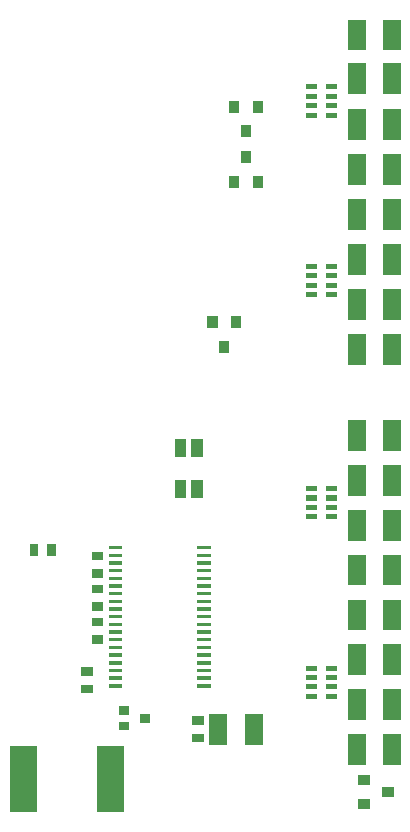
<source format=gbr>
G04 start of page 10 for group -4015 idx -4015 *
G04 Title: (unknown), toppaste *
G04 Creator: pcb 20110918 *
G04 CreationDate: Tue 21 Aug 2012 15:57:03 GMT UTC *
G04 For: rob *
G04 Format: Gerber/RS-274X *
G04 PCB-Dimensions: 157480 283465 *
G04 PCB-Coordinate-Origin: lower left *
%MOIN*%
%FSLAX25Y25*%
%LNTOPPASTE*%
%ADD120R,0.0906X0.0906*%
%ADD119R,0.0394X0.0394*%
%ADD118R,0.0290X0.0290*%
%ADD117R,0.0340X0.0340*%
%ADD116R,0.0118X0.0118*%
%ADD115R,0.0283X0.0283*%
%ADD114R,0.0600X0.0600*%
%ADD113R,0.0167X0.0167*%
G54D113*X103001Y243309D02*X104871D01*
X103001Y240159D02*X104871D01*
X103001Y237010D02*X104871D01*
X103001Y233860D02*X104871D01*
X109694Y243309D02*X111564D01*
X109694Y240159D02*X111564D01*
X109694Y237010D02*X111564D01*
X109694Y233860D02*X111564D01*
X109694Y40157D02*X111564D01*
X109694Y43307D02*X111564D01*
X109694Y46456D02*X111564D01*
X109694Y49606D02*X111564D01*
X103001Y40157D02*X104871D01*
X103001Y43307D02*X104871D01*
X103001Y46456D02*X104871D01*
X103001Y49606D02*X104871D01*
G54D114*X130708Y24559D02*Y20323D01*
X118988Y24559D02*Y20323D01*
X130708Y39519D02*Y35283D01*
X118988Y39519D02*Y35283D01*
X130708Y54480D02*Y50244D01*
X118988Y54480D02*Y50244D01*
X130708Y69441D02*Y65205D01*
X118988Y69441D02*Y65205D01*
G54D115*X65658Y26217D02*X66626D01*
X65658Y32051D02*X66626D01*
X17251Y89461D02*Y88493D01*
X11417Y89461D02*Y88493D01*
G54D114*X130708Y84401D02*Y80165D01*
X118988Y84401D02*Y80165D01*
X118989Y202906D02*Y198670D01*
X130709Y202906D02*Y198670D01*
X118989Y187946D02*Y183710D01*
X130709Y187946D02*Y183710D01*
G54D116*X36908Y89766D02*X40254D01*
X36908Y87207D02*X40254D01*
X36908Y84648D02*X40254D01*
X36908Y82089D02*X40254D01*
X36908Y79530D02*X40254D01*
X36908Y76971D02*X40254D01*
X36908Y74412D02*X40254D01*
X36908Y71853D02*X40254D01*
X36908Y69294D02*X40254D01*
X36908Y66735D02*X40254D01*
X36908Y64176D02*X40254D01*
X36908Y61617D02*X40254D01*
X36908Y59058D02*X40254D01*
X36908Y56499D02*X40254D01*
X36908Y53940D02*X40254D01*
X36908Y51381D02*X40254D01*
X36908Y48822D02*X40254D01*
X36908Y46263D02*X40254D01*
X36908Y43704D02*X40254D01*
X66436D02*X69782D01*
X66436Y46263D02*X69782D01*
X66436Y48822D02*X69782D01*
X66436Y51381D02*X69782D01*
X66436Y53940D02*X69782D01*
X66436Y56499D02*X69782D01*
X66436Y59058D02*X69782D01*
X66436Y61617D02*X69782D01*
X66436Y64176D02*X69782D01*
X66436Y66735D02*X69782D01*
X66436Y69294D02*X69782D01*
X66436Y71853D02*X69782D01*
X66436Y74412D02*X69782D01*
X66436Y76971D02*X69782D01*
X66436Y79530D02*X69782D01*
X66436Y82089D02*X69782D01*
X66436Y84648D02*X69782D01*
X66436Y87207D02*X69782D01*
X66436Y89766D02*X69782D01*
G54D115*X32193Y81174D02*X33161D01*
X32193Y87008D02*X33161D01*
G54D117*X120961Y12205D02*X121561D01*
X120961Y4405D02*X121561D01*
X129161Y8305D02*X129761D01*
G54D114*X130708Y99362D02*Y95126D01*
X118988Y99362D02*Y95126D01*
G54D115*X28650Y42592D02*X29618D01*
X28650Y48426D02*X29618D01*
G54D118*X41039Y35416D02*X41639D01*
X41039Y30316D02*X41639D01*
X48039Y32816D02*X48639D01*
G54D114*X84600Y31252D02*Y27016D01*
X72880Y31252D02*Y27016D01*
G54D119*X65748Y124020D02*Y122052D01*
X60236Y124020D02*Y122052D01*
Y110240D02*Y108272D01*
X65748Y110240D02*Y108272D01*
G54D114*X118989Y262749D02*Y258513D01*
X130709Y262749D02*Y258513D01*
X118989Y248182D02*Y243946D01*
X130709Y248182D02*Y243946D01*
X118989Y232828D02*Y228592D01*
X130709Y232828D02*Y228592D01*
X118989Y217867D02*Y213631D01*
X130709Y217867D02*Y213631D01*
G54D113*X103002Y183465D02*X104872D01*
X103002Y180315D02*X104872D01*
X103002Y177166D02*X104872D01*
X103002Y174016D02*X104872D01*
X109695Y183465D02*X111565D01*
X109695Y180315D02*X111565D01*
X109695Y177166D02*X111565D01*
X109695Y174016D02*X111565D01*
G54D114*X130708Y114322D02*Y110086D01*
X118988Y114322D02*Y110086D01*
X130708Y129283D02*Y125047D01*
X118988Y129283D02*Y125047D01*
G54D115*X32193Y75985D02*X33161D01*
X32193Y70151D02*X33161D01*
X32193Y64961D02*X33161D01*
X32193Y59127D02*X33161D01*
G54D114*X118989Y172985D02*Y168749D01*
X130709Y172985D02*Y168749D01*
X118989Y158024D02*Y153788D01*
X130709Y158024D02*Y153788D01*
G54D117*X78739Y165262D02*Y164662D01*
X70939Y165262D02*Y164662D01*
X74839Y157062D02*Y156462D01*
X85986Y237044D02*Y236444D01*
X78186Y237044D02*Y236444D01*
X82086Y228844D02*Y228244D01*
X78186Y211983D02*Y211383D01*
X85986Y211983D02*Y211383D01*
X82086Y220183D02*Y219583D01*
G54D113*X109692Y99999D02*X111562D01*
X109692Y103149D02*X111562D01*
X109692Y106298D02*X111562D01*
X109692Y109448D02*X111562D01*
X102999Y99999D02*X104869D01*
X102999Y103149D02*X104869D01*
X102999Y106298D02*X104869D01*
X102999Y109448D02*X104869D01*
G54D120*X7875Y19094D02*Y6102D01*
X37009Y19094D02*Y6102D01*
M02*

</source>
